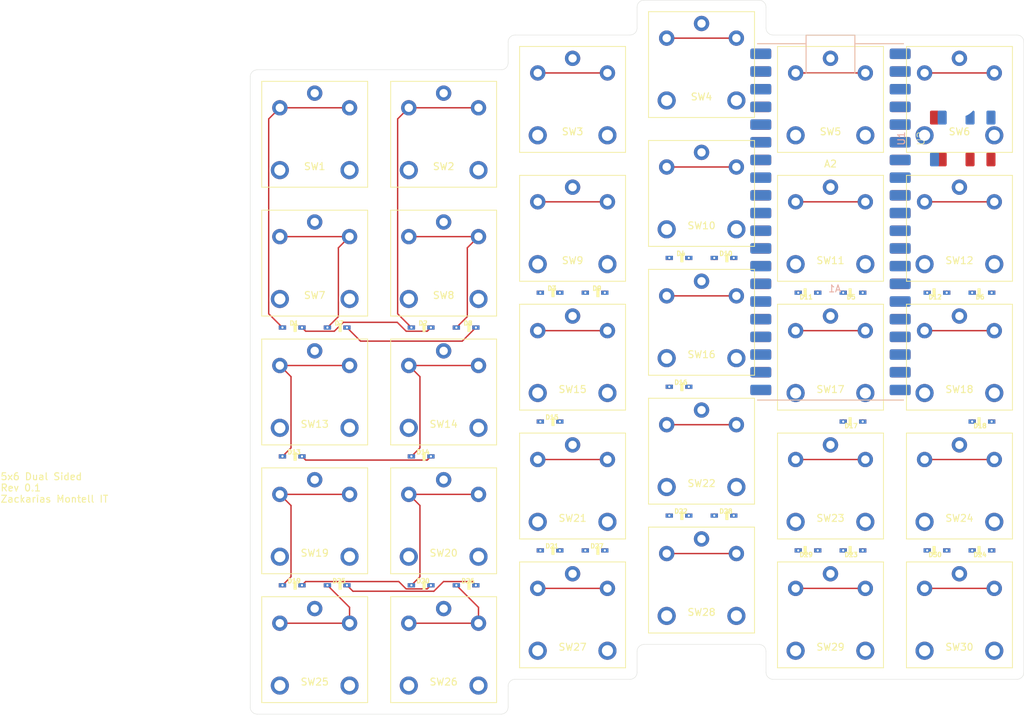
<source format=kicad_pcb>
(kicad_pcb
	(version 20241229)
	(generator "pcbnew")
	(generator_version "9.0")
	(general
		(thickness 1.6)
		(legacy_teardrops no)
	)
	(paper "A4")
	(layers
		(0 "F.Cu" signal)
		(2 "B.Cu" signal)
		(9 "F.Adhes" user "F.Adhesive")
		(11 "B.Adhes" user "B.Adhesive")
		(13 "F.Paste" user)
		(15 "B.Paste" user)
		(5 "F.SilkS" user "F.Silkscreen")
		(7 "B.SilkS" user "B.Silkscreen")
		(1 "F.Mask" user)
		(3 "B.Mask" user)
		(17 "Dwgs.User" user "User.Drawings")
		(19 "Cmts.User" user "User.Comments")
		(21 "Eco1.User" user "User.Eco1")
		(23 "Eco2.User" user "User.Eco2")
		(25 "Edge.Cuts" user)
		(27 "Margin" user)
		(31 "F.CrtYd" user "F.Courtyard")
		(29 "B.CrtYd" user "B.Courtyard")
		(35 "F.Fab" user)
		(33 "B.Fab" user)
		(39 "User.1" user)
		(41 "User.2" user)
		(43 "User.3" user)
		(45 "User.4" user)
	)
	(setup
		(pad_to_mask_clearance 0)
		(allow_soldermask_bridges_in_footprints no)
		(tenting front back)
		(grid_origin 161.5 124.35)
		(pcbplotparams
			(layerselection 0x00000000_00000000_55555555_5755f5ff)
			(plot_on_all_layers_selection 0x00000000_00000000_00000000_00000000)
			(disableapertmacros no)
			(usegerberextensions no)
			(usegerberattributes yes)
			(usegerberadvancedattributes yes)
			(creategerberjobfile yes)
			(dashed_line_dash_ratio 12.000000)
			(dashed_line_gap_ratio 3.000000)
			(svgprecision 4)
			(plotframeref no)
			(mode 1)
			(useauxorigin no)
			(hpglpennumber 1)
			(hpglpenspeed 20)
			(hpglpendiameter 15.000000)
			(pdf_front_fp_property_popups yes)
			(pdf_back_fp_property_popups yes)
			(pdf_metadata yes)
			(pdf_single_document no)
			(dxfpolygonmode yes)
			(dxfimperialunits yes)
			(dxfusepcbnewfont yes)
			(psnegative no)
			(psa4output no)
			(plot_black_and_white yes)
			(sketchpadsonfab no)
			(plotpadnumbers no)
			(hidednponfab no)
			(sketchdnponfab yes)
			(crossoutdnponfab yes)
			(subtractmaskfromsilk no)
			(outputformat 1)
			(mirror no)
			(drillshape 0)
			(scaleselection 1)
			(outputdirectory "gerbers/")
		)
	)
	(net 0 "")
	(net 1 "col3")
	(net 2 "unconnected-(A1-~{3V3_EN}-Pad37)")
	(net 3 "unconnected-(A1-ADC2{slash}GP28-Pad34)")
	(net 4 "row0")
	(net 5 "unconnected-(A1-ADC_VREF-Pad35)")
	(net 6 "unconnected-(A1-VSYS-Pad39)")
	(net 7 "unconnected-(A1-GP22-Pad29)")
	(net 8 "unconnected-(A1-GND-Pad8)")
	(net 9 "unconnected-(A1-GP5-Pad7)")
	(net 10 "row3")
	(net 11 "unconnected-(A1-GND-Pad18)")
	(net 12 "unconnected-(A1-GND-Pad13)")
	(net 13 "row2")
	(net 14 "col1")
	(net 15 "unconnected-(A1-ADC0{slash}GP26-Pad31)")
	(net 16 "row4")
	(net 17 "col5")
	(net 18 "unconnected-(A1-RUN-Pad30)")
	(net 19 "unconnected-(A1-GP9-Pad12)")
	(net 20 "unconnected-(A1-GND-Pad23)")
	(net 21 "unconnected-(A1-GND-Pad28)")
	(net 22 "unconnected-(A1-ADC1{slash}GP27-Pad32)")
	(net 23 "unconnected-(A1-GP8-Pad11)")
	(net 24 "unconnected-(A1-GND-Pad3)")
	(net 25 "col4")
	(net 26 "unconnected-(A1-GND-Pad33)")
	(net 27 "row1")
	(net 28 "col0")
	(net 29 "col2")
	(net 30 "Net-(D1-A)")
	(net 31 "Net-(D2-A)")
	(net 32 "Net-(D3-A)")
	(net 33 "Net-(D4-A)")
	(net 34 "Net-(D5-A)")
	(net 35 "Net-(D6-A)")
	(net 36 "Net-(D7-A)")
	(net 37 "Net-(D8-A)")
	(net 38 "Net-(D9-A)")
	(net 39 "Net-(D10-A)")
	(net 40 "Net-(D11-A)")
	(net 41 "Net-(D12-A)")
	(net 42 "Net-(D13-A)")
	(net 43 "Net-(D14-A)")
	(net 44 "Net-(D15-A)")
	(net 45 "Net-(D16-A)")
	(net 46 "Net-(D17-A)")
	(net 47 "Net-(D18-A)")
	(net 48 "Net-(D19-A)")
	(net 49 "Net-(D20-A)")
	(net 50 "Net-(D21-A)")
	(net 51 "Net-(D22-A)")
	(net 52 "Net-(D23-A)")
	(net 53 "Net-(D24-A)")
	(net 54 "Net-(D25-A)")
	(net 55 "Net-(D26-A)")
	(net 56 "Net-(D27-A)")
	(net 57 "Net-(D28-A)")
	(net 58 "Net-(D29-A)")
	(net 59 "Net-(D30-A)")
	(net 60 "unconnected-(A1-GP3-Pad5)")
	(net 61 "unconnected-(A1-GP21-Pad27)")
	(net 62 "unconnected-(A1-GP7-Pad10)")
	(net 63 "unconnected-(A1-GP6-Pad9)")
	(net 64 "unconnected-(A1-GP2-Pad4)")
	(net 65 "unconnected-(A1-GP4-Pad6)")
	(net 66 "3v31")
	(net 67 "tx1")
	(net 68 "rx1")
	(net 69 "gnd1")
	(net 70 "unconnected-(A2-RUN-Pad30)")
	(net 71 "unconnected-(A2-GND-Pad3)")
	(net 72 "unconnected-(A2-GND-Pad13)")
	(net 73 "unconnected-(A2-GND-Pad28)")
	(net 74 "unconnected-(A2-GP2-Pad4)")
	(net 75 "unconnected-(A2-ADC1{slash}GP27-Pad32)")
	(net 76 "unconnected-(A2-GND-Pad8)")
	(net 77 "unconnected-(A2-ADC2{slash}GP28-Pad34)")
	(net 78 "unconnected-(A2-GP8-Pad11)")
	(net 79 "unconnected-(A2-GP3-Pad5)")
	(net 80 "unconnected-(A2-GP22-Pad29)")
	(net 81 "unconnected-(A2-VBUS-Pad40)")
	(net 82 "unconnected-(A2-GP10-Pad14)")
	(net 83 "unconnected-(A2-GND-Pad33)")
	(net 84 "unconnected-(A2-GND-Pad23)")
	(net 85 "unconnected-(A2-GP4-Pad6)")
	(net 86 "unconnected-(A2-GP6-Pad9)")
	(net 87 "unconnected-(A2-ADC0{slash}GP26-Pad31)")
	(net 88 "unconnected-(A2-~{3V3_EN}-Pad37)")
	(net 89 "unconnected-(A2-GND-Pad18)")
	(net 90 "unconnected-(A2-GP9-Pad12)")
	(net 91 "unconnected-(A2-GP7-Pad10)")
	(net 92 "unconnected-(A2-ADC_VREF-Pad35)")
	(net 93 "unconnected-(A2-3V3(OUT)-Pad36)")
	(net 94 "unconnected-(A2-GP5-Pad7)")
	(net 95 "unconnected-(A1-3V3(OUT)-Pad36)")
	(footprint "footprints:SW_Kailh_Choc_V2_1.00u_double-sided" (layer "F.Cu") (at 87.5 110.85))
	(footprint "footprints:SODFL2512X100N" (layer "F.Cu") (at 139.775 91.6 180))
	(footprint "footprints:SW_Kailh_Choc_V2_1.00u_double-sided" (layer "F.Cu") (at 106 129.35))
	(footprint "footprints:SW_Kailh_Choc_V2_1.00u_double-sided" (layer "F.Cu") (at 180 50.35))
	(footprint "footprints:SODFL2512X100N" (layer "F.Cu") (at 109.225 83.1 180))
	(footprint "footprints:SW_Kailh_Choc_V2_1.00u_double-sided" (layer "F.Cu") (at 124.5 124.35))
	(footprint "footprints:SODFL2512X100N" (layer "F.Cu") (at 158.275 78.1))
	(footprint "footprints:SODFL2512X100N" (layer "F.Cu") (at 127.725 78.1 180))
	(footprint "footprints:SODFL2512X100N" (layer "F.Cu") (at 102.775 120.1 180))
	(footprint "footprints:SODFL2512X100N" (layer "F.Cu") (at 90.725 83.1 180))
	(footprint "footprints:raspberry_pi_pico_SMD" (layer "F.Cu") (at 161.501761 67.930598))
	(footprint "footprints:SODFL2512X100N" (layer "F.Cu") (at 158.275 115.1))
	(footprint "footprints:SW_Kailh_Choc_V2_1.00u_double-sided" (layer "F.Cu") (at 180 124.35))
	(footprint "footprints:SODFL2512X100N" (layer "F.Cu") (at 84.275 120.1 180))
	(footprint "footprints:SODFL2512X100N" (layer "F.Cu") (at 121.275 78.1 180))
	(footprint "footprints:SW_Kailh_Choc_V2_1.00u_double-sided" (layer "F.Cu") (at 161.5 50.35))
	(footprint "footprints:SW_Kailh_Choc_V2_1.00u_double-sided" (layer "F.Cu") (at 180 87.35))
	(footprint "footprints:raspberry_pi_pico_SMD_Reversed" (layer "F.Cu") (at 161.5 67.929189))
	(footprint "footprints:SW_Kailh_Choc_V2_1.00u_double-sided" (layer "F.Cu") (at 161.5 87.35))
	(footprint "footprints:SW_Kailh_Choc_V2_1.00u_double-sided" (layer "F.Cu") (at 143 82.35))
	(footprint "footprints:SW_Kailh_Choc_V2_1.00u_double-sided" (layer "F.Cu") (at 124.5 87.35))
	(footprint "footprints:SW_Kailh_Choc_V2_1.00u_double-sided" (layer "F.Cu") (at 87.5 55.35))
	(footprint "footprints:SW_Kailh_Choc_V2_1.00u_double-sided" (layer "F.Cu") (at 106 110.85))
	(footprint "footprints:SODFL2512X100N" (layer "F.Cu") (at 146.225 73.1 180))
	(footprint "footprints:SODFL2512X100N" (layer "F.Cu") (at 146.225 110.1 180))
	(footprint "footprints:SW_Kailh_Choc_V2_1.00u_double-sided" (layer "F.Cu") (at 180 68.85))
	(footprint "footprints:SODFL2512X100N" (layer "F.Cu") (at 139.775 110.1 180))
	(footprint "footprints:SW_Kailh_Choc_V2_1.00u_double-sided" (layer "F.Cu") (at 106 92.35))
	(footprint "footprints:SODFL2512X100N" (layer "F.Cu") (at 102.775 83.1 180))
	(footprint "footprints:SODFL2512X100N" (layer "F.Cu") (at 164.725 115.1))
	(footprint "footprints:SODFL2512X100N" (layer "F.Cu") (at 90.725 120.1 180))
	(footprint "footprints:SODFL2512X100N" (layer "F.Cu") (at 183.225 78.1))
	(footprint "footprints:SODFL2512X100N" (layer "F.Cu") (at 121.275 96.6 180))
	(footprint "footprints:SW_Kailh_Choc_V2_1.00u_double-sided" (layer "F.Cu") (at 124.5 68.85))
	(footprint "footprints:SODFL2512X100N" (layer "F.Cu") (at 84.275 83.1 180))
	(footprint "footprints:SW_Kailh_Choc_V2_1.00u_double-sided"
		(layer "F.Cu")
		(uuid "a61ff92e-4529-4984-be3d-a6fdbce2a46
... [172642 chars truncated]
</source>
